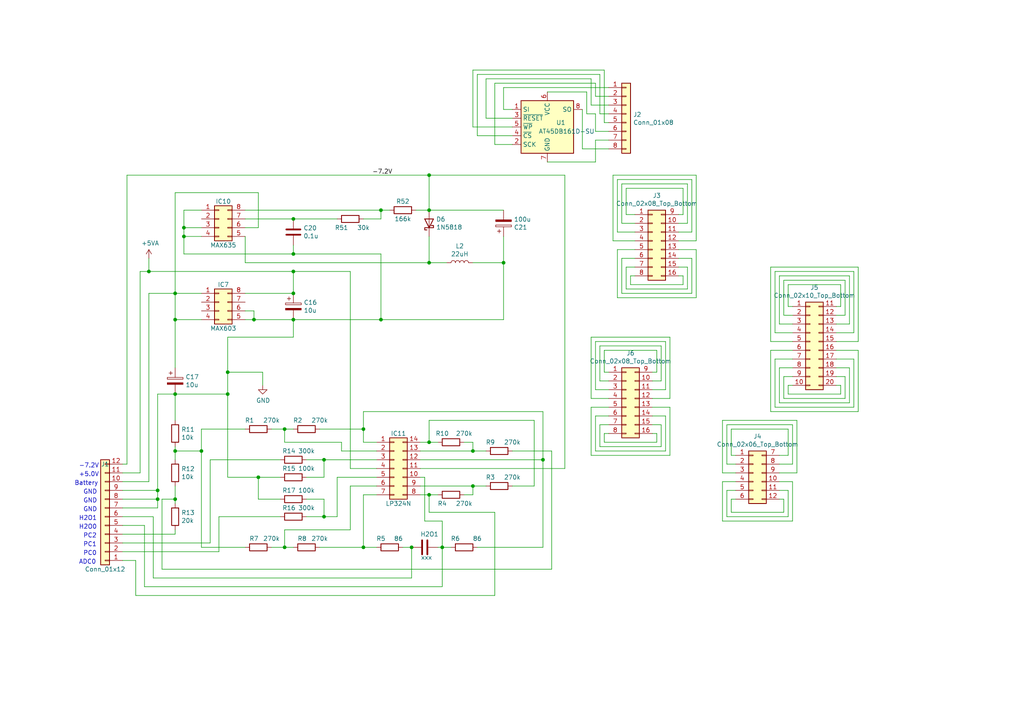
<source format=kicad_sch>
(kicad_sch (version 20230121) (generator eeschema)
  (paper "A4")
  (lib_symbols
    (symbol "Connector_Generic:Conn_01x08" (pin_names (offset 1.016) hide)
      (property "Reference" "J" (at 0 10.16 0))
      (property "Value" "Conn_01x08" (at 0 -12.7 0))
      (symbol "Conn_01x08_1_1"
        (rectangle (start -1.27 -10.033) (end 0 -10.287) (stroke (width 0.1524)))
        (rectangle (start -1.27 -7.493) (end 0 -7.747) (stroke (width 0.1524)))
        (rectangle (start -1.27 -4.953) (end 0 -5.207) (stroke (width 0.1524)))
        (rectangle (start -1.27 -2.413) (end 0 -2.667) (stroke (width 0.1524)))
        (rectangle (start -1.27 0.127) (end 0 -0.127) (stroke (width 0.1524)))
        (rectangle (start -1.27 2.667) (end 0 2.413) (stroke (width 0.1524)))
        (rectangle (start -1.27 5.207) (end 0 4.953) (stroke (width 0.1524)))
        (rectangle (start -1.27 7.747) (end 0 7.493) (stroke (width 0.1524)))
        (rectangle (start -1.27 8.89) (end 1.27 -11.43) (stroke (width 0.254)) (fill (type background)))
        (pin passive line (at -5.08 7.62 0) (length 3.81) (name "Pin_1") (number "1"))
        (pin passive line (at -5.08 5.08 0) (length 3.81) (name "Pin_2") (number "2"))
        (pin passive line (at -5.08 2.54 0) (length 3.81) (name "Pin_3") (number "3"))
        (pin passive line (at -5.08 0 0) (length 3.81) (name "Pin_4") (number "4"))
        (pin passive line (at -5.08 -2.54 0) (length 3.81) (name "Pin_5") (number "5"))
        (pin passive line (at -5.08 -5.08 0) (length 3.81) (name "Pin_6") (number "6"))
        (pin passive line (at -5.08 -7.62 0) (length 3.81) (name "Pin_7") (number "7"))
        (pin passive line (at -5.08 -10.16 0) (length 3.81) (name "Pin_8") (number "8"))
      )
    )
    (symbol "Connector_Generic:Conn_01x12" (pin_names (offset 1.016) hide)
      (property "Reference" "J" (at 0 15.24 0))
      (property "Value" "Conn_01x12" (at 0 -17.78 0))
      (symbol "Conn_01x12_1_1"
        (rectangle (start -1.27 -15.113) (end 0 -15.367) (stroke (width 0.1524)))
        (rectangle (start -1.27 -12.573) (end 0 -12.827) (stroke (width 0.1524)))
        (rectangle (start -1.27 -10.033) (end 0 -10.287) (stroke (width 0.1524)))
        (rectangle (start -1.27 -7.493) (end 0 -7.747) (stroke (width 0.1524)))
        (rectangle (start -1.27 -4.953) (end 0 -5.207) (stroke (width 0.1524)))
        (rectangle (start -1.27 -2.413) (end 0 -2.667) (stroke (width 0.1524)))
        (rectangle (start -1.27 0.127) (end 0 -0.127) (stroke (width 0.1524)))
        (rectangle (start -1.27 2.667) (end 0 2.413) (stroke (width 0.1524)))
        (rectangle (start -1.27 5.207) (end 0 4.953) (stroke (width 0.1524)))
        (rectangle (start -1.27 7.747) (end 0 7.493) (stroke (width 0.1524)))
        (rectangle (start -1.27 10.287) (end 0 10.033) (stroke (width 0.1524)))
        (rectangle (start -1.27 12.827) (end 0 12.573) (stroke (width 0.1524)))
        (rectangle (start -1.27 13.97) (end 1.27 -16.51) (stroke (width 0.254)) (fill (type background)))
        (pin passive line (at -5.08 12.7 0) (length 3.81) (name "Pin_1") (number "1"))
        (pin passive line (at -5.08 -10.16 0) (length 3.81) (name "Pin_10") (number "10"))
        (pin passive line (at -5.08 -12.7 0) (length 3.81) (name "Pin_11") (number "11"))
        (pin passive line (at -5.08 -15.24 0) (length 3.81) (name "Pin_12") (number "12"))
        (pin passive line (at -5.08 10.16 0) (length 3.81) (name "Pin_2") (number "2"))
        (pin passive line (at -5.08 7.62 0) (length 3.81) (name "Pin_3") (number "3"))
        (pin passive line (at -5.08 5.08 0) (length 3.81) (name "Pin_4") (number "4"))
        (pin passive line (at -5.08 2.54 0) (length 3.81) (name "Pin_5") (number "5"))
        (pin passive line (at -5.08 0 0) (length 3.81) (name "Pin_6") (number "6"))
        (pin passive line (at -5.08 -2.54 0) (length 3.81) (name "Pin_7") (number "7"))
        (pin passive line (at -5.08 -5.08 0) (length 3.81) (name "Pin_8") (number "8"))
        (pin passive line (at -5.08 -7.62 0) (length 3.81) (name "Pin_9") (number "9"))
      )
    )
    (symbol "Connector_Generic:Conn_02x04_Counter_Clockwise" (pin_names (offset 1.016) hide)
      (property "Reference" "J" (at 1.27 5.08 0))
      (property "Value" "Conn_02x04_Counter_Clockwise" (at 1.27 -7.62 0))
      (symbol "Conn_02x04_Counter_Clockwise_1_1"
        (rectangle (start -1.27 -4.953) (end 0 -5.207) (stroke (width 0.1524)))
        (rectangle (start -1.27 -2.413) (end 0 -2.667) (stroke (width 0.1524)))
        (rectangle (start -1.27 0.127) (end 0 -0.127) (stroke (width 0.1524)))
        (rectangle (start -1.27 2.667) (end 0 2.413) (stroke (width 0.1524)))
        (rectangle (start -1.27 3.81) (end 3.81 -6.35) (stroke (width 0.254)) (fill (type background)))
        (rectangle (start 3.81 -4.953) (end 2.54 -5.207) (stroke (width 0.1524)))
        (rectangle (start 3.81 -2.413) (end 2.54 -2.667) (stroke (width 0.1524)))
        (rectangle (start 3.81 0.127) (end 2.54 -0.127) (stroke (width 0.1524)))
        (rectangle (start 3.81 2.667) (end 2.54 2.413) (stroke (width 0.1524)))
        (pin passive line (at -5.08 2.54 0) (length 3.81) (name "Pin_1") (number "1"))
        (pin passive line (at -5.08 0 0) (length 3.81) (name "Pin_2") (number "2"))
        (pin passive line (at -5.08 -2.54 0) (length 3.81) (name "Pin_3") (number "3"))
        (pin passive line (at -5.08 -5.08 0) (length 3.81) (name "Pin_4") (number "4"))
        (pin passive line (at 7.62 -5.08 180) (length 3.81) (name "Pin_5") (number "5"))
        (pin passive line (at 7.62 -2.54 180) (length 3.81) (name "Pin_6") (number "6"))
        (pin passive line (at 7.62 0 180) (length 3.81) (name "Pin_7") (number "7"))
        (pin passive line (at 7.62 2.54 180) (length 3.81) (name "Pin_8") (number "8"))
      )
    )
    (symbol "Connector_Generic:Conn_02x06_Top_Bottom" (pin_names (offset 1.016) hide)
      (property "Reference" "J" (at 1.27 7.62 0))
      (property "Value" "Conn_02x06_Top_Bottom" (at 1.27 -10.16 0))
      (symbol "Conn_02x06_Top_Bottom_1_1"
        (rectangle (start -1.27 -7.493) (end 0 -7.747) (stroke (width 0.1524)))
        (rectangle (start -1.27 -4.953) (end 0 -5.207) (stroke (width 0.1524)))
        (rectangle (start -1.27 -2.413) (end 0 -2.667) (stroke (width 0.1524)))
        (rectangle (start -1.27 0.127) (end 0 -0.127) (stroke (width 0.1524)))
        (rectangle (start -1.27 2.667) (end 0 2.413) (stroke (width 0.1524)))
        (rectangle (start -1.27 5.207) (end 0 4.953) (stroke (width 0.1524)))
        (rectangle (start -1.27 6.35) (end 3.81 -8.89) (stroke (width 0.254)) (fill (type background)))
        (rectangle (start 3.81 -7.493) (end 2.54 -7.747) (stroke (width 0.1524)))
        (rectangle (start 3.81 -4.953) (end 2.54 -5.207) (stroke (width 0.1524)))
        (rectangle (start 3.81 -2.413) (end 2.54 -2.667) (stroke (width 0.1524)))
        (rectangle (start 3.81 0.127) (end 2.54 -0.127) (stroke (width 0.1524)))
        (rectangle (start 3.81 2.667) (end 2.54 2.413) (stroke (width 0.1524)))
        (rectangle (start 3.81 5.207) (end 2.54 4.953) (stroke (width 0.1524)))
        (pin passive line (at -5.08 5.08 0) (length 3.81) (name "Pin_1") (number "1"))
        (pin passive line (at 7.62 -2.54 180) (length 3.81) (name "Pin_10") (number "10"))
        (pin passive line (at 7.62 -5.08 180) (length 3.81) (name "Pin_11") (number "11"))
        (pin passive line (at 7.62 -7.62 180) (length 3.81) (name "Pin_12") (number "12"))
        (pin passive line (at -5.08 2.54 0) (length 3.81) (name "Pin_2") (number "2"))
        (pin passive line (at -5.08 0 0) (length 3.81) (name "Pin_3") (number "3"))
        (pin passive line (at -5.08 -2.54 0) (length 3.81) (name "Pin_4") (number "4"))
        (pin passive line (at -5.08 -5.08 0) (length 3.81) (name "Pin_5") (number "5"))
        (pin passive line (at -5.08 -7.62 0) (length 3.81) (name "Pin_6") (number "6"))
        (pin passive line (at 7.62 5.08 180) (length 3.81) (name "Pin_7") (number "7"))
        (pin passive line (at 7.62 2.54 180) (length 3.81) (name "Pin_8") (number "8"))
        (pin passive line (at 7.62 0 180) (length 3.81) (name "Pin_9") (number "9"))
      )
    )
    (symbol "Connector_Generic:Conn_02x07_Counter_Clockwise" (pin_names (offset 1.016) hide)
      (property "Reference" "J" (at 1.27 10.16 0))
      (property "Value" "Conn_02x07_Counter_Clockwise" (at 1.27 -10.16 0))
      (symbol "Conn_02x07_Counter_Clockwise_1_1"
        (rectangle (start -1.27 -7.493) (end 0 -7.747) (stroke (width 0.1524)))
        (rectangle (start -1.27 -4.953) (end 0 -5.207) (stroke (width 0.1524)))
        (rectangle (start -1.27 -2.413) (end 0 -2.667) (stroke (width 0.1524)))
        (rectangle (start -1.27 0.127) (end 0 -0.127) (stroke (width 0.1524)))
        (rectangle (start -1.27 2.667) (end 0 2.413) (stroke (width 0.1524)))
        (rectangle (start -1.27 5.207) (end 0 4.953) (stroke (width 0.1524)))
        (rectangle (start -1.27 7.747) (end 0 7.493) (stroke (width 0.1524)))
        (rectangle (start -1.27 8.89) (end 3.81 -8.89) (stroke (width 0.254)) (fill (type background)))
        (rectangle (start 3.81 -7.493) (end 2.54 -7.747) (stroke (width 0.1524)))
        (rectangle (start 3.81 -4.953) (end 2.54 -5.207) (stroke (width 0.1524)))
        (rectangle (start 3.81 -2.413) (end 2.54 -2.667) (stroke (width 0.1524)))
        (rectangle (start 3.81 0.127) (end 2.54 -0.127) (stroke (width 0.1524)))
        (rectangle (start 3.81 2.667) (end 2.54 2.413) (stroke (width 0.1524)))
        (rectangle (start 3.81 5.207) (end 2.54 4.953) (stroke (width 0.1524)))
        (rectangle (start 3.81 7.747) (end 2.54 7.493) (stroke (width 0.1524)))
        (pin passive line (at -5.08 7.62 0) (length 3.81) (name "Pin_1") (number "1"))
        (pin passive line (at 7.62 -2.54 180) (length 3.81) (name "Pin_10") (number "10"))
        (pin passive line (at 7.62 0 180) (length 3.81) (name "Pin_11") (number "11"))
        (pin passive line (at 7.62 2.54 180) (length 3.81) (name "Pin_12") (number "12"))
        (pin passive line (at 7.62 5.08 180) (length 3.81) (name "Pin_13") (number "13"))
        (pin passive line (at 7.62 7.62 180) (length 3.81) (name "Pin_14") (number "14"))
        (pin passive line (at -5.08 5.08 0) (length 3.81) (name "Pin_2") (number "2"))
        (pin passive line (at -5.08 2.54 0) (length 3.81) (name "Pin_3") (number "3"))
        (pin passive line (at -5.08 0 0) (length 3.81) (name "Pin_4") (number "4"))
        (pin passive line (at -5.08 -2.54 0) (length 3.81) (name "Pin_5") (number "5"))
        (pin passive line (at -5.08 -5.08 0) (length 3.81) (name "Pin_6") (number "6"))
        (pin passive line (at -5.08 -7.62 0) (length 3.81) (name "Pin_7") (number "7"))
        (pin passive line (at 7.62 -7.62 180) (length 3.81) (name "Pin_8") (number "8"))
        (pin passive line (at 7.62 -5.08 180) (length 3.81) (name "Pin_9") (number "9"))
      )
    )
    (symbol "Connector_Generic:Conn_02x08_Top_Bottom" (pin_names (offset 1.016) hide)
      (property "Reference" "J" (at 1.27 10.16 0))
      (property "Value" "Conn_02x08_Top_Bottom" (at 1.27 -12.7 0))
      (symbol "Conn_02x08_Top_Bottom_1_1"
        (rectangle (start -1.27 -10.033) (end 0 -10.287) (stroke (width 0.1524)))
        (rectangle (start -1.27 -7.493) (end 0 -7.747) (stroke (width 0.1524)))
        (rectangle (start -1.27 -4.953) (end 0 -5.207) (stroke (width 0.1524)))
        (rectangle (start -1.27 -2.413) (end 0 -2.667) (stroke (width 0.1524)))
        (rectangle (start -1.27 0.127) (end 0 -0.127) (stroke (width 0.1524)))
        (rectangle (start -1.27 2.667) (end 0 2.413) (stroke (width 0.1524)))
        (rectangle (start -1.27 5.207) (end 0 4.953) (stroke (width 0.1524)))
        (rectangle (start -1.27 7.747) (end 0 7.493) (stroke (width 0.1524)))
        (rectangle (start -1.27 8.89) (end 3.81 -11.43) (stroke (width 0.254)) (fill (type background)))
        (rectangle (start 3.81 -10.033) (end 2.54 -10.287) (stroke (width 0.1524)))
        (rectangle (start 3.81 -7.493) (end 2.54 -7.747) (stroke (width 0.1524)))
        (rectangle (start 3.81 -4.953) (end 2.54 -5.207) (stroke (width 0.1524)))
        (rectangle (start 3.81 -2.413) (end 2.54 -2.667) (stroke (width 0.1524)))
        (rectangle (start 3.81 0.127) (end 2.54 -0.127) (stroke (width 0.1524)))
        (rectangle (start 3.81 2.667) (end 2.54 2.413) (stroke (width 0.1524)))
        (rectangle (start 3.81 5.207) (end 2.54 4.953) (stroke (width 0.1524)))
        (rectangle (start 3.81 7.747) (end 2.54 7.493) (stroke (width 0.1524)))
        (pin passive line (at -5.08 7.62 0) (length 3.81) (name "Pin_1") (number "1"))
        (pin passive line (at 7.62 5.08 180) (length 3.81) (name "Pin_10") (number "10"))
        (pin passive line (at 7.62 2.54 180) (length 3.81) (name "Pin_11") (number "11"))
        (pin passive line (at 7.62 0 180) (length 3.81) (name "Pin_12") (number "12"))
        (pin passive line (at 7.62 -2.54 180) (length 3.81) (name "Pin_13") (number "13"))
        (pin passive line (at 7.62 -5.08 180) (length 3.81) (name "Pin_14") (number "14"))
        (pin passive line (at 7.62 -7.62 180) (length 3.81) (name "Pin_15") (number "15"))
        (pin passive line (at 7.62 -10.16 180) (length 3.81) (name "Pin_16") (number "16"))
        (pin passive line (at -5.08 5.08 0) (length 3.81) (name "Pin_2") (number "2"))
        (pin passive line (at -5.08 2.54 0) (length 3.81) (name "Pin_3") (number "3"))
        (pin passive line (at -5.08 0 0) (length 3.81) (name "Pin_4") (number "4"))
        (pin passive line (at -5.08 -2.54 0) (length 3.81) (name "Pin_5") (number "5"))
        (pin passive line (at -5.08 -5.08 0) (length 3.81) (name "Pin_6") (number "6"))
        (pin passive line (at -5.08 -7.62 0) (length 3.81) (name "Pin_7") (number "7"))
        (pin passive line (at -5.08 -10.16 0) (length 3.81) (name "Pin_8") (number "8"))
        (pin passive line (at 7.62 7.62 180) (length 3.81) (name "Pin_9") (number "9"))
      )
    )
    (symbol "Connector_Generic:Conn_02x10_Top_Bottom" (pin_names (offset 1.016) hide)
      (property "Reference" "J" (at 1.27 12.7 0))
      (property "Value" "Conn_02x10_Top_Bottom" (at 1.27 -15.24 0))
      (symbol "Conn_02x10_Top_Bottom_1_1"
        (rectangle (start -1.27 -12.573) (end 0 -12.827) (stroke (width 0.1524)))
        (rectangle (start -1.27 -10.033) (end 0 -10.287) (stroke (width 0.1524)))
        (rectangle (start -1.27 -7.493) (end 0 -7.747) (stroke (width 0.1524)))
        (rectangle (start -1.27 -4.953) (end 0 -5.207) (stroke (width 0.1524)))
        (rectangle (start -1.27 -2.413) (end 0 -2.667) (stroke (width 0.1524)))
        (rectangle (start -1.27 0.127) (end 0 -0.127) (stroke (width 0.1524)))
        (rectangle (start -1.27 2.667) (end 0 2.413) (stroke (width 0.1524)))
        (rectangle (start -1.27 5.207) (end 0 4.953) (stroke (width 0.1524)))
        (rectangle (start -1.27 7.747) (end 0 7.493) (stroke (width 0.1524)))
        (rectangle (start -1.27 10.287) (end 0 10.033) (stroke (width 0.1524)))
        (rectangle (start -1.27 11.43) (end 3.81 -13.97) (stroke (width 0.254)) (fill (type background)))
        (rectangle (start 3.81 -12.573) (end 2.54 -12.827) (stroke (width 0.1524)))
        (rectangle (start 3.81 -10.033) (end 2.54 -10.287) (stroke (width 0.1524)))
        (rectangle (start 3.81 -7.493) (end 2.54 -7.747) (stroke (width 0.1524)))
        (rectangle (start 3.81 -4.953) (end 2.54 -5.207) (stroke (width 0.1524)))
        (rectangle (start 3.81 -2.413) (end 2.54 -2.667) (stroke (width 0.1524)))
        (rectangle (start 3.81 0.127) (end 2.54 -0.127) (stroke (width 0.1524)))
        (rectangle (start 3.81 2.667) (end 2.54 2.413) (stroke (width 0.1524)))
        (rectangle (start 3.81 5.207) (end 2.54 4.953) (stroke (width 0.1524)))
        (rectangle (start 3.81 7.747) (end 2.54 7.493) (stroke (width 0.1524)))
        (rectangle (start 3.81 10.287) (end 2.54 10.033) (stroke (width 0.1524)))
        (pin passive line (at -5.08 10.16 0) (length 3.81) (name "Pin_1") (number "1"))
        (pin passive line (at -5.08 -12.7 0) (length 3.81) (name "Pin_10") (number "10"))
        (pin passive line (at 7.62 10.16 180) (length 3.81) (name "Pin_11") (number "11"))
        (pin passive line (at 7.62 7.62 180) (length 3.81) (name "Pin_12") (number "12"))
        (pin passive line (at 7.62 5.08 180) (length 3.81) (name "Pin_13") (number "13"))
        (pin passive line (at 7.62 2.54 180) (length 3.81) (name "Pin_14") (number "14"))
        (pin passive line (at 7.62 0 180) (length 3.81) (name "Pin_15") (number "15"))
        (pin passive line (at 7.62 -2.54 180) (length 3.81) (name "Pin_16") (number "16"))
        (pin passive line (at 7.62 -5.08 180) (length 3.81) (name "Pin_17") (number "17"))
        (pin passive line (at 7.62 -7.62 180) (length 3.81) (name "Pin_18") (number "18"))
        (pin passive line (at 7.62 -10.16 180) (length 3.81) (name "Pin_19") (number "19"))
        (pin passive line (at -5.08 7.62 0) (length 3.81) (name "Pin_2") (number "2"))
        (pin passive line (at 7.62 -12.7 180) (length 3.81) (name "Pin_20") (number "20"))
        (pin passive line (at -5.08 5.08 0) (length 3.81) (name "Pin_3") (number "3"))
        (pin passive line (at -5.08 2.54 0) (length 3.81) (name "Pin_4") (number "4"))
        (pin passive line (at -5.08 0 0) (length 3.81) (name "Pin_5") (number "5"))
        (pin passive line (at -5.08 -2.54 0) (length 3.81) (name "Pin_6") (number "6"))
        (pin passive line (at -5.08 -5.08 0) (length 3.81) (name "Pin_7") (number "7"))
        (pin passive line (at -5.08 -7.62 0) (length 3.81) (name "Pin_8") (number "8"))
        (pin passive line (at -5.08 -10.16 0) (length 3.81) (name "Pin_9") (number "9"))
      )
    )
    (symbol "Device:C" (pin_numbers hide) (pin_names (offset 0.254))
      (property "Reference" "C" (at 0.635 2.54 0))
      (property "Value" "C" (at 0.635 -2.54 0))
      (symbol "C_0_1"
        (polyline (pts (xy -2.032 -0.762) (xy 2.032 -0.762)) (stroke (width 0.508)))
        (polyline (pts (xy -2.032 0.762) (xy 2.032 0.762)) (stroke (width 0.508)))
      )
      (symbol "C_1_1"
        (pin passive line (at 0 3.81 270) (length 2.794) (name "~") (number "1"))
        (pin passive line (at 0 -3.81 90) (length 2.794) (name "~") (number "2"))
      )
    )
    (symbol "Device:L" (pin_numbers hide) (pin_names (offset 1.016) hide)
      (property "Reference" "L" (at -1.27 0 90))
      (property "Value" "L" (at 1.905 0 90))
      (symbol "L_0_1"
        (arc (start 0 -2.54) (mid 0.6323 -1.905) (end 0 -1.27))
        (arc (start 0 -1.27) (mid 0.6323 -0.635) (end 0 0))
        (arc (start 0 0) (mid 0.6323 0.635) (end 0 1.27))
        (arc (start 0 1.27) (mid 0.6323 1.905) (end 0 2.54))
      )
      (symbol "L_1_1"
        (pin passive line (at 0 3.81 270) (length 1.27) (name "1") (number "1"))
        (pin passive line (at 0 -3.81 90) (length 1.27) (name "2") (number "2"))
      )
    )
    (symbol "Device:R" (pin_numbers hide) (pin_names (offset 0))
      (property "Reference" "R" (at 2.032 0 90))
      (property "Value" "R" (at 0 0 90))
      (symbol "R_0_1"
        (rectangle (start -1.016 -2.54) (end 1.016 2.54) (stroke (width 0.254)))
      )
      (symbol "R_1_1"
        (pin passive line (at 0 3.81 270) (length 1.27) (name "~") (number "1"))
        (pin passive line (at 0 -3.81 90) (length 1.27) (name "~") (number "2"))
      )
    )
    (symbol "Diode:1N5818" (pin_numbers hide) (pin_names (offset 1.016) hide)
      (property "Reference" "D" (at 0 2.54 0))
      (property "Value" "1N5818" (at 0 -2.54 0))
      (symbol "1N5818_0_1"
        (polyline (pts (xy 1.27 0) (xy -1.27 0)))
        (polyline (pts (xy 1.27 1.27) (xy 1.27 -1.27) (xy -1.27 0) (xy 1.27 1.27)) (stroke (width 0.254)))
        (polyline (pts (xy -1.905 0.635) (xy -1.905 1.27) (xy -1.27 1.27) (xy -1.27 -1.27) (xy -0.635 -1.27) (xy -0.635 -0.635)) (stroke (width 0.254)))
      )
      (symbol "1N5818_1_1"
        (pin passive line (at -3.81 0 0) (length 2.54) (name "K") (number "1"))
        (pin passive line (at 3.81 0 180) (length 2.54) (name "A") (number "2"))
      )
    )
    (symbol "Memory_Flash:AT45DB161D-SU"
      (property "Reference" "U" (at -7.62 8.89 0))
      (property "Value" "AT45DB161D-SU" (at 10.16 8.89 0))
      (symbol "AT45DB161D-SU_1_1"
        (rectangle (start -7.62 7.62) (end 7.62 -7.62) (stroke (width 0.254)) (fill (type background)))
        (pin input line (at -10.16 5.08 0) (length 2.54) (name "SI") (number "1"))
        (pin input line (at -10.16 -5.08 0) (length 2.54) (name "SCK") (number "2"))
        (pin bidirectional line (at -10.16 2.54 0) (length 2.54) (name "~{RESET}") (number "3"))
        (pin input line (at -10.16 -2.54 0) (length 2.54) (name "~{CS}") (number "4"))
        (pin input line (at -10.16 0 0) (length 2.54) (name "~{WP}") (number "5"))
        (pin power_in line (at 0 10.16 270) (length 2.54) (name "VCC") (number "6"))
        (pin power_in line (at 0 -10.16 90) (length 2.54) (name "GND") (number "7"))
        (pin output line (at 10.16 5.08 180) (length 2.54) (name "SO") (number "8"))
      )
    )
    (symbol "cwater-rescue:CP-Device" (pin_numbers hide) (pin_names (offset 0.254))
      (property "Reference" "C" (at 0.635 2.54 0))
      (property "Value" "Device_CP" (at 0.635 -2.54 0))
      (symbol "CP-Device_0_1"
        (rectangle (start -2.286 0.508) (end 2.286 1.016))
        (polyline (pts (xy -1.778 2.286) (xy -0.762 2.286)))
        (polyline (pts (xy -1.27 2.794) (xy -1.27 1.778)))
        (rectangle (start 2.286 -0.508) (end -2.286 -1.016) (fill (type outline)))
      )
      (symbol "CP-Device_1_1"
        (pin passive line (at 0 3.81 270) (length 2.794) (name "~") (number "1"))
        (pin passive line (at 0 -3.81 90) (length 2.794) (name "~") (number "2"))
      )
    )
    (symbol "power:+5VA" (power) (pin_names (offset 0))
      (property "Value" "+5VA" (at 0 3.556 0))
      (symbol "+5VA_0_1"
        (polyline (pts (xy -0.762 1.27) (xy 0 2.54)))
        (polyline (pts (xy 0 0) (xy 0 2.54)))
        (polyline (pts (xy 0 2.54) (xy 0.762 1.27)))
      )
      (symbol "+5VA_1_1"
        (pin power_in line (at 0 0 90) (length 0) hide (name "+5VA") (number "1"))
      )
    )
    (symbol "power:GND" (power) (pin_names (offset 0))
      (property "Value" "GND" (at 0 -3.81 0))
      (symbol "GND_0_1"
        (polyline (pts (xy 0 0) (xy 0 -1.27) (xy 1.27 -1.27) (xy 0 -2.54) (xy -1.27 -1.27) (xy 0 -1.27)))
      )
      (symbol "GND_1_1"
        (pin power_in line (at 0 0 270) (length 0) hide (name "GND") (number "1"))
      )
    )
  )
  (junction (at 110.49 92.71))
  (junction (at 137.16 140.97))
  (junction (at 124.46 60.96))
  (junction (at 124.46 143.51))
  (junction (at 110.49 60.96))
  (junction (at 82.55 124.46))
  (junction (at 74.93 138.43))
  (junction (at 50.8 130.81))
  (junction (at 53.34 68.58))
  (junction (at 128.27 158.75))
  (junction (at 105.41 124.46))
  (junction (at 73.66 92.71))
  (junction (at 58.42 130.81))
  (junction (at 124.46 128.27))
  (junction (at 45.72 144.78))
  (junction (at 50.8 85.09))
  (junction (at 66.04 114.3))
  (junction (at 85.09 73.66))
  (junction (at 53.34 66.04))
  (junction (at 85.09 85.09))
  (junction (at 50.8 92.71))
  (junction (at 66.04 107.95))
  (junction (at 82.55 158.75))
  (junction (at 50.8 114.3))
  (junction (at 85.09 92.71))
  (junction (at 157.48 133.35))
  (junction (at 43.18 78.74))
  (junction (at 93.98 133.35))
  (junction (at 105.41 158.75))
  (junction (at 50.8 144.78))
  (junction (at 119.38 158.75))
  (junction (at 146.05 76.2))
  (junction (at 124.46 76.2))
  (junction (at 85.09 78.74))
  (junction (at 124.46 50.8))
  (junction (at 45.72 142.24))
  (junction (at 93.98 149.86))
  (junction (at 85.09 63.5))
  (junction (at 137.16 130.81))
  (wire (pts (xy 173.99 110.49) (xy 173.99 100.33)))
  (wire (pts (xy 194.31 97.79) (xy 194.31 115.57)))
  (wire (pts (xy 124.46 60.96) (xy 124.46 50.8)))
  (wire (pts (xy 181.61 62.23) (xy 181.61 54.61)))
  (wire (pts (xy 209.55 137.16) (xy 209.55 121.92)))
  (wire (pts (xy 223.52 119.38) (xy 248.92 119.38)))
  (wire (pts (xy 93.98 144.78) (xy 93.98 149.86)))
  (wire (pts (xy 82.55 124.46) (xy 85.09 124.46)))
  (wire (pts (xy 50.8 114.3) (xy 66.04 114.3)))
  (wire (pts (xy 105.41 124.46) (xy 105.41 119.38)))
  (wire (pts (xy 190.5 128.27) (xy 190.5 125.73)))
  (wire (pts (xy 158.75 46.99) (xy 172.72 46.99)))
  (wire (pts (xy 71.12 63.5) (xy 85.09 63.5)))
  (wire (pts (xy 50.8 144.78) (xy 46.99 144.78)))
  (wire (pts (xy 58.42 130.81) (xy 58.42 124.46)))
  (wire (pts (xy 71.12 76.2) (xy 124.46 76.2)))
  (wire (pts (xy 109.22 128.27) (xy 105.41 128.27)))
  (wire (pts (xy 82.55 158.75) (xy 82.55 153.67)))
  (wire (pts (xy 138.43 21.59) (xy 173.99 21.59)))
  (wire (pts (xy 199.39 64.77) (xy 196.85 64.77)))
  (wire (pts (xy 227.33 115.57) (xy 245.11 115.57)))
  (wire (pts (xy 45.72 114.3) (xy 45.72 142.24)))
  (wire (pts (xy 50.8 154.94) (xy 50.8 153.67)))
  (wire (pts (xy 227.33 144.78) (xy 226.06 144.78)))
  (wire (pts (xy 229.87 106.68) (xy 226.06 106.68)))
  (wire (pts (xy 227.33 81.28) (xy 245.11 81.28)))
  (wire (pts (xy 58.42 124.46) (xy 71.12 124.46)))
  (wire (pts (xy 71.12 66.04) (xy 74.93 66.04)))
  (wire (pts (xy 229.87 104.14) (xy 224.79 104.14)))
  (wire (pts (xy 163.83 135.89) (xy 163.83 50.8)))
  (wire (pts (xy 73.66 92.71) (xy 73.66 90.17)))
  (wire (pts (xy 121.92 130.81) (xy 137.16 130.81)))
  (wire (pts (xy 50.8 144.78) (xy 50.8 146.05)))
  (wire (pts (xy 40.64 78.74) (xy 43.18 78.74)))
  (wire (pts (xy 88.9 138.43) (xy 93.98 138.43)))
  (wire (pts (xy 146.05 25.4) (xy 176.53 25.4)))
  (wire (pts (xy 71.12 68.58) (xy 71.12 76.2)))
  (wire (pts (xy 213.36 137.16) (xy 209.55 137.16)))
  (wire (pts (xy 158.75 26.67) (xy 170.18 26.67)))
  (wire (pts (xy 121.92 133.35) (xy 157.48 133.35)))
  (wire (pts (xy 229.87 99.06) (xy 223.52 99.06)))
  (wire (pts (xy 50.8 92.71) (xy 50.8 106.68)))
  (wire (pts (xy 181.61 54.61) (xy 198.12 54.61)))
  (wire (pts (xy 81.28 138.43) (xy 74.93 138.43)))
  (wire (pts (xy 199.39 53.34) (xy 199.39 64.77)))
  (wire (pts (xy 85.09 97.79) (xy 85.09 92.71)))
  (wire (pts (xy 228.6 82.55) (xy 243.84 82.55)))
  (wire (pts (xy 43.18 85.09) (xy 50.8 85.09)))
  (wire (pts (xy 39.37 162.56) (xy 35.56 162.56)))
  (wire (pts (xy 229.87 101.6) (xy 223.52 101.6)))
  (wire (pts (xy 184.15 67.31) (xy 179.07 67.31)))
  (wire (pts (xy 82.55 153.67) (xy 101.6 153.67)))
  (wire (pts (xy 200.66 52.07) (xy 200.66 67.31)))
  (wire (pts (xy 184.15 74.93) (xy 180.34 74.93)))
  (wire (pts (xy 82.55 158.75) (xy 85.09 158.75)))
  (wire (pts (xy 248.92 77.47) (xy 248.92 99.06)))
  (wire (pts (xy 172.72 113.03) (xy 172.72 99.06)))
  (wire (pts (xy 124.46 128.27) (xy 124.46 121.92)))
  (wire (pts (xy 124.46 128.27) (xy 127 128.27)))
  (wire (pts (xy 137.16 130.81) (xy 140.97 130.81)))
  (wire (pts (xy 137.16 20.32) (xy 175.26 20.32)))
  (wire (pts (xy 228.6 149.86) (xy 228.6 142.24)))
  (wire (pts (xy 199.39 77.47) (xy 196.85 77.47)))
  (wire (pts (xy 157.48 158.75) (xy 138.43 158.75)))
  (wire (pts (xy 35.56 154.94) (xy 50.8 154.94)))
  (wire (pts (xy 172.72 24.13) (xy 172.72 27.94)))
  (wire (pts (xy 180.34 74.93) (xy 180.34 85.09)))
  (wire (pts (xy 154.94 140.97) (xy 148.59 140.97)))
  (wire (pts (xy 176.53 123.19) (xy 173.99 123.19)))
  (wire (pts (xy 44.45 149.86) (xy 35.56 149.86)))
  (wire (pts (xy 140.97 22.86) (xy 171.45 22.86)))
  (wire (pts (xy 50.8 130.81) (xy 58.42 130.81)))
  (wire (pts (xy 93.98 149.86) (xy 97.79 149.86)))
  (wire (pts (xy 121.92 135.89) (xy 163.83 135.89)))
  (wire (pts (xy 201.93 50.8) (xy 201.93 69.85)))
  (wire (pts (xy 78.74 124.46) (xy 82.55 124.46)))
  (wire (pts (xy 168.91 31.75) (xy 168.91 43.18)))
  (wire (pts (xy 97.79 138.43) (xy 109.22 138.43)))
  (wire (pts (xy 171.45 30.48) (xy 176.53 30.48)))
  (wire (pts (xy 35.56 144.78) (xy 45.72 144.78)))
  (wire (pts (xy 175.26 128.27) (xy 190.5 128.27)))
  (wire (pts (xy 43.18 78.74) (xy 85.09 78.74)))
  (wire (pts (xy 74.93 66.04) (xy 74.93 55.88)))
  (wire (pts (xy 172.72 130.81) (xy 193.04 130.81)))
  (wire (pts (xy 231.14 121.92) (xy 231.14 137.16)))
  (wire (pts (xy 229.87 88.9) (xy 228.6 88.9)))
  (wire (pts (xy 160.02 130.81) (xy 148.59 130.81)))
  (wire (pts (xy 110.49 73.66) (xy 110.49 92.71)))
  (wire (pts (xy 105.41 158.75) (xy 109.22 158.75)))
  (wire (pts (xy 58.42 66.04) (xy 53.34 66.04)))
  (wire (pts (xy 200.66 67.31) (xy 196.85 67.31)))
  (wire (pts (xy 228.6 132.08) (xy 226.06 132.08)))
  (wire (pts (xy 181.61 77.47) (xy 181.61 83.82)))
  (wire (pts (xy 43.18 85.09) (xy 43.18 139.7)))
  (wire (pts (xy 134.62 128.27) (xy 137.16 128.27)))
  (wire (pts (xy 50.8 114.3) (xy 50.8 121.92)))
  (wire (pts (xy 157.48 133.35) (xy 157.48 158.75)))
  (wire (pts (xy 191.77 110.49) (xy 189.23 110.49)))
  (wire (pts (xy 190.5 107.95) (xy 189.23 107.95)))
  (wire (pts (xy 101.6 135.89) (xy 109.22 135.89)))
  (wire (pts (xy 180.34 53.34) (xy 199.39 53.34)))
  (wire (pts (xy 39.37 172.72) (xy 39.37 162.56)))
  (wire (pts (xy 172.72 33.02) (xy 172.72 38.1)))
  (wire (pts (xy 229.87 111.76) (xy 228.6 111.76)))
  (wire (pts (xy 124.46 143.51) (xy 124.46 148.59)))
  (wire (pts (xy 137.16 36.83) (xy 137.16 20.32)))
  (wire (pts (xy 154.94 121.92) (xy 154.94 140.97)))
  (wire (pts (xy 123.19 138.43) (xy 123.19 151.13)))
  (wire (pts (xy 209.55 151.13) (xy 229.87 151.13)))
  (wire (pts (xy 35.56 142.24) (xy 45.72 142.24)))
  (wire (pts (xy 171.45 132.08) (xy 194.31 132.08)))
  (wire (pts (xy 180.34 64.77) (xy 180.34 53.34)))
  (wire (pts (xy 210.82 149.86) (xy 228.6 149.86)))
  (wire (pts (xy 99.06 130.81) (xy 109.22 130.81)))
  (wire (pts (xy 40.64 78.74) (xy 40.64 137.16)))
  (wire (pts (xy 53.34 66.04) (xy 53.34 68.58)))
  (wire (pts (xy 105.41 63.5) (xy 110.49 63.5)))
  (wire (pts (xy 58.42 158.75) (xy 71.12 158.75)))
  (wire (pts (xy 46.99 165.1) (xy 160.02 165.1)))
  (wire (pts (xy 123.19 151.13) (xy 128.27 151.13)))
  (wire (pts (xy 229.87 134.62) (xy 226.06 134.62)))
  (wire (pts (xy 228.6 114.3) (xy 243.84 114.3)))
  (wire (pts (xy 184.15 64.77) (xy 180.34 64.77)))
  (wire (pts (xy 212.09 148.59) (xy 227.33 148.59)))
  (wire (pts (xy 128.27 170.18) (xy 41.91 170.18)))
  (wire (pts (xy 228.6 124.46) (xy 228.6 132.08)))
  (wire (pts (xy 176.53 115.57) (xy 171.45 115.57)))
  (wire (pts (xy 182.88 82.55) (xy 198.12 82.55)))
  (wire (pts (xy 172.72 46.99) (xy 172.72 40.64)))
  (wire (pts (xy 173.99 123.19) (xy 173.99 129.54)))
  (wire (pts (xy 63.5 160.02) (xy 63.5 149.86)))
  (wire (pts (xy 248.92 119.38) (xy 248.92 101.6)))
  (wire (pts (xy 58.42 130.81) (xy 58.42 158.75)))
  (wire (pts (xy 223.52 99.06) (xy 223.52 77.47)))
  (wire (pts (xy 209.55 139.7) (xy 209.55 151.13)))
  (wire (pts (xy 247.65 78.74) (xy 247.65 96.52)))
  (wire (pts (xy 120.65 60.96) (xy 124.46 60.96)))
  (wire (pts (xy 229.87 139.7) (xy 226.06 139.7)))
  (wire (pts (xy 229.87 123.19) (xy 229.87 134.62)))
  (wire (pts (xy 171.45 97.79) (xy 194.31 97.79)))
  (wire (pts (xy 157.48 119.38) (xy 157.48 133.35)))
  (wire (pts (xy 143.51 148.59) (xy 143.51 172.72)))
  (wire (pts (xy 119.38 158.75) (xy 119.38 167.64)))
  (wire (pts (xy 148.59 31.75) (xy 146.05 31.75)))
  (wire (pts (xy 224.79 78.74) (xy 247.65 78.74)))
  (wire (pts (xy 50.8 130.81) (xy 50.8 133.35)))
  (wire (pts (xy 194.31 115.57) (xy 189.23 115.57)))
  (wire (pts (xy 53.34 68.58) (xy 58.42 68.58)))
  (wire (pts (xy 105.41 119.38) (xy 157.48 119.38)))
  (wire (pts (xy 97.79 149.86) (xy 97.79 138.43)))
  (wire (pts (xy 246.38 93.98) (xy 242.57 93.98)))
  (wire (pts (xy 121.92 140.97) (xy 137.16 140.97)))
  (wire (pts (xy 170.18 26.67) (xy 170.18 33.02)))
  (wire (pts (xy 110.49 92.71) (xy 146.05 92.71)))
  (wire (pts (xy 71.12 60.96) (xy 110.49 60.96)))
  (wire (pts (xy 78.74 158.75) (xy 82.55 158.75)))
  (wire (pts (xy 179.07 72.39) (xy 179.07 86.36)))
  (wire (pts (xy 146.05 31.75) (xy 146.05 25.4)))
  (wire (pts (xy 179.07 67.31) (xy 179.07 52.07)))
  (wire (pts (xy 228.6 88.9) (xy 228.6 82.55)))
  (wire (pts (xy 128.27 158.75) (xy 128.27 170.18)))
  (wire (pts (xy 137.16 143.51) (xy 137.16 140.97)))
  (wire (pts (xy 93.98 133.35) (xy 88.9 133.35)))
  (wire (pts (xy 176.53 113.03) (xy 172.72 113.03)))
  (wire (pts (xy 226.06 93.98) (xy 226.06 80.01)))
  (wire (pts (xy 53.34 73.66) (xy 85.09 73.66)))
  (wire (pts (xy 50.8 55.88) (xy 50.8 85.09)))
  (wire (pts (xy 213.36 134.62) (xy 210.82 134.62)))
  (wire (pts (xy 245.11 109.22) (xy 242.57 109.22)))
  (wire (pts (xy 137.16 140.97) (xy 140.97 140.97)))
  (wire (pts (xy 119.38 167.64) (xy 44.45 167.64)))
  (wire (pts (xy 101.6 153.67) (xy 101.6 140.97)))
  (wire (pts (xy 124.46 60.96) (xy 146.05 60.96)))
  (wire (pts (xy 175.26 107.95) (xy 175.26 101.6)))
  (wire (pts (xy 200.66 85.09) (xy 200.66 74.93)))
  (wire (pts (xy 137.16 76.2) (xy 146.05 76.2)))
  (wire (pts (xy 121.92 143.51) (xy 124.46 143.51)))
  (wire (pts (xy 179.07 86.36) (xy 201.93 86.36)))
  (wire (pts (xy 71.12 85.09) (xy 85.09 85.09)))
  (wire (pts (xy 173.99 33.02) (xy 176.53 33.02)))
  (wire (pts (xy 110.49 60.96) (xy 113.03 60.96)))
  (wire (pts (xy 35.56 160.02) (xy 63.5 160.02)))
  (wire (pts (xy 184.15 69.85) (xy 177.8 69.85)))
  (wire (pts (xy 172.72 27.94) (xy 176.53 27.94)))
  (wire (pts (xy 177.8 69.85) (xy 177.8 50.8)))
  (wire (pts (xy 248.92 101.6) (xy 242.57 101.6)))
  (wire (pts (xy 172.72 40.64) (xy 176.53 40.64)))
  (wire (pts (xy 35.56 147.32) (xy 45.72 147.32)))
  (wire (pts (xy 213.36 132.08) (xy 212.09 132.08)))
  (wire (pts (xy 212.09 124.46) (xy 228.6 124.46)))
  (wire (pts (xy 124.46 148.59) (xy 143.51 148.59)))
  (wire (pts (xy 198.12 54.61) (xy 198.12 62.23)))
  (wire (pts (xy 212.09 132.08) (xy 212.09 124.46)))
  (wire (pts (xy 130.81 158.75) (xy 128.27 158.75)))
  (wire (pts (xy 201.93 86.36) (xy 201.93 72.39)))
  (wire (pts (xy 99.06 128.27) (xy 99.06 130.81)))
  (wire (pts (xy 45.72 144.78) (xy 45.72 147.32)))
  (wire (pts (xy 200.66 74.93) (xy 196.85 74.93)))
  (wire (pts (xy 50.8 85.09) (xy 50.8 92.71)))
  (wire (pts (xy 193.04 130.81) (xy 193.04 120.65)))
  (wire (pts (xy 193.04 120.65) (xy 189.23 120.65)))
  (wire (pts (xy 124.46 68.58) (xy 124.46 76.2)))
  (wire (pts (xy 74.93 144.78) (xy 81.28 144.78)))
  (wire (pts (xy 76.2 107.95) (xy 66.04 107.95)))
  (wire (pts (xy 227.33 109.22) (xy 227.33 115.57)))
  (wire (pts (xy 176.53 120.65) (xy 172.72 120.65)))
  (wire (pts (xy 85.09 73.66) (xy 110.49 73.66)))
  (wire (pts (xy 44.45 167.64) (xy 44.45 149.86)))
  (wire (pts (xy 171.45 118.11) (xy 171.45 132.08)))
  (wire (pts (xy 175.26 35.56) (xy 176.53 35.56)))
  (wire (pts (xy 148.59 41.91) (xy 143.51 41.91)))
  (wire (pts (xy 180.34 85.09) (xy 200.66 85.09)))
  (wire (pts (xy 190.5 101.6) (xy 190.5 107.95)))
  (wire (pts (xy 121.92 128.27) (xy 124.46 128.27)))
  (wire (pts (xy 50.8 140.97) (xy 50.8 144.78)))
  (wire (pts (xy 92.71 158.75) (xy 105.41 158.75)))
  (wire (pts (xy 105.41 158.75) (xy 105.41 143.51)))
  (wire (pts (xy 229.87 151.13) (xy 229.87 139.7)))
  (wire (pts (xy 128.27 158.75) (xy 127 158.75)))
  (wire (pts (xy 71.12 92.71) (xy 73.66 92.71)))
  (wire (pts (xy 227.33 91.44) (xy 227.33 81.28)))
  (wire (pts (xy 224.79 118.11) (xy 247.65 118.11)))
  (wire (pts (xy 74.93 138.43) (xy 74.93 144.78)))
  (wire (pts (xy 170.18 33.02) (xy 172.72 33.02)))
  (wire (pts (xy 248.92 99.06) (xy 242.57 99.06)))
  (wire (pts (xy 137.16 128.27) (xy 137.16 130.81)))
  (wire (pts (xy 243.84 88.9) (xy 242.57 88.9)))
  (wire (pts (xy 168.91 43.18) (xy 176.53 43.18)))
  (wire (pts (xy 138.43 39.37) (xy 138.43 21.59)))
  (wire (pts (xy 213.36 139.7) (xy 209.55 139.7)))
  (wire (pts (xy 173.99 100.33) (xy 191.77 100.33)))
  (wire (pts (xy 53.34 73.66) (xy 53.34 68.58)))
  (wire (pts (xy 41.91 170.18) (xy 41.91 152.4)))
  (wire (pts (xy 243.84 111.76) (xy 242.57 111.76)))
  (wire (pts (xy 163.83 50.8) (xy 124.46 50.8)))
  (wire (pts (xy 45.72 114.3) (xy 50.8 114.3)))
  (wire (pts (xy 101.6 140.97) (xy 109.22 140.97)))
  (wire (pts (xy 116.84 158.75) (xy 119.38 158.75)))
  (wire (pts (xy 36.83 50.8) (xy 124.46 50.8)))
  (wire (pts (xy 213.36 144.78) (xy 212.09 144.78)))
  (wire (pts (xy 190.5 125.73) (xy 189.23 125.73)))
  (wire (pts (xy 143.51 24.13) (xy 172.72 24.13)))
  (wire (pts (xy 50.8 85.09) (xy 58.42 85.09)))
  (wire (pts (xy 172.72 120.65) (xy 172.72 130.81)))
  (wire (pts (xy 175.26 101.6) (xy 190.5 101.6)))
  (wire (pts (xy 105.41 128.27) (xy 105.41 124.46)))
  (wire (pts (xy 43.18 74.93) (xy 43.18 78.74)))
  (wire (pts (xy 223.52 101.6) (xy 223.52 119.38)))
  (wire (pts (xy 201.93 69.85) (xy 196.85 69.85)))
  (wire (pts (xy 85.09 85.09) (xy 85.09 78.74)))
  (wire (pts (xy 66.04 114.3) (xy 66.04 138.43)))
  (wire (pts (xy 226.06 106.68) (xy 226.06 116.84)))
  (wire (pts (xy 212.09 144.78) (xy 212.09 148.59)))
  (wire (pts (xy 121.92 138.43) (xy 123.19 138.43)))
  (wire (pts (xy 66.04 138.43) (xy 74.93 138.43)))
  (wire (pts (xy 223.52 77.47) (xy 248.92 77.47)))
  (wire (pts (xy 246.38 80.01) (xy 246.38 93.98)))
  (wire (pts (xy 210.82 142.24) (xy 210.82 149.86)))
  (wire (pts (xy 88.9 149.86) (xy 93.98 149.86)))
  (wire (pts (xy 74.93 55.88) (xy 50.8 55.88)))
  (wire (pts (xy 193.04 99.06) (xy 193.04 113.03)))
  (wire (pts (xy 191.77 129.54) (xy 191.77 123.19)))
  (wire (pts (xy 73.66 90.17) (xy 71.12 90.17)))
  (wire (pts (xy 148.59 39.37) (xy 138.43 39.37)))
  (wire (pts (xy 227.33 148.59) (xy 227.33 144.78)))
  (wire (pts (xy 229.87 109.22) (xy 227.33 109.22)))
  (wire (pts (xy 179.07 52.07) (xy 200.66 52.07)))
  (wire (pts (xy 73.66 92.71) (xy 85.09 92.71)))
  (wire (pts (xy 82.55 124.46) (xy 82.55 128.27)))
  (wire (pts (xy 226.06 116.84) (xy 246.38 116.84)))
  (wire (pts (xy 85.09 78.74) (xy 101.6 78.74)))
  (wire (pts (xy 246.38 106.68) (xy 242.57 106.68)))
  (wire (pts (xy 148.59 36.83) (xy 137.16 36.83)))
  (wire (pts (xy 134.62 143.51) (xy 137.16 143.51)))
  (wire (pts (xy 194.31 118.11) (xy 189.23 118.11)))
  (wire (pts (xy 176.53 110.49) (xy 173.99 110.49)))
  (wire (pts (xy 247.65 96.52) (xy 242.57 96.52)))
  (wire (pts (xy 245.11 91.44) (xy 242.57 91.44)))
  (wire (pts (xy 201.93 72.39) (xy 196.85 72.39)))
  (wire (pts (xy 124.46 76.2) (xy 129.54 76.2)))
  (wire (pts (xy 97.79 63.5) (xy 85.09 63.5)))
  (wire (pts (xy 181.61 83.82) (xy 199.39 83.82)))
  (wire (pts (xy 35.56 139.7) (xy 43.18 139.7)))
  (wire (pts (xy 35.56 134.62) (xy 36.83 134.62)))
  (wire (pts (xy 198.12 82.55) (xy 198.12 80.01)))
  (wire (pts (xy 175.26 125.73) (xy 175.26 128.27)))
  (wire (pts (xy 160.02 165.1) (xy 160.02 130.81)))
  (wire (pts (xy 224.79 104.14) (xy 224.79 118.11)))
  (wire (pts (xy 88.9 144.78) (xy 93.98 144.78)))
  (wire (pts (xy 194.31 132.08) (xy 194.31 118.11)))
  (wire (pts (xy 60.96 133.35) (xy 81.28 133.35)))
  (wire (pts (xy 105.41 124.46) (xy 92.71 124.46)))
  (wire (pts (xy 63.5 149.86) (xy 81.28 149.86)))
  (wire (pts (xy 228.6 142.24) (xy 226.06 142.24)))
  (wire (pts (xy 175.26 20.32) (xy 175.26 35.56)))
  (wire (pts (xy 228.6 111.76) (xy 228.6 114.3)))
  (wire (pts (xy 224.79 96.52) (xy 224.79 78.74)))
  (wire (pts (xy 35.56 137.16) (xy 40.64 137.16)))
  (wire (pts (xy 184.15 80.01) (xy 182.88 80.01)))
  (wire (pts (xy 243.84 114.3) (xy 243.84 111.76)))
  (wire (pts (xy 124.46 143.51) (xy 127 143.51)))
  (wire (pts (xy 36.83 50.8) (xy 36.83 134.62)))
  (wire (pts (xy 146.05 76.2) (xy 146.05 68.58)))
  (wire (pts (xy 143.51 41.91) (xy 143.51 24.13)))
  (wire (pts (xy 172.72 99.06) (xy 193.04 99.06)))
  (wire (pts (xy 191.77 123.19) (xy 189.23 123.19)))
  (wire (pts (xy 45.72 142.24) (xy 45.72 144.78)))
  (wire (pts (xy 46.99 144.78) (xy 46.99 165.1)))
  (wire (pts (xy 173.99 129.54) (xy 191.77 129.54)))
  (wire (pts (xy 209.55 121.92) (xy 231.14 121.92)))
  (wire (pts (xy 66.04 107.95) (xy 66.04 114.3)))
  (wire (pts (xy 85.09 97.79) (xy 66.04 97.79)))
  (wire (pts (xy 60.96 157.48) (xy 60.96 133.35)))
  (wire (pts (xy 101.6 78.74) (xy 101.6 135.89)))
  (wire (pts (xy 184.15 62.23) (xy 181.61 62.23)))
  (wire (pts (xy 50.8 129.54) (xy 50.8 130.81)))
  (wire (pts (xy 76.2 111.76) (xy 76.2 107.95)))
  (wire (pts (xy 226.06 80.01) (xy 246.38 80.01)))
  (wire (pts (xy 247.65 118.11) (xy 247.65 104.14)))
  (wire (pts (xy 143.51 172.72) (xy 39.37 172.72)))
  (wire (pts (xy 177.8 50.8) (xy 201.93 50.8)))
  (wire (pts (xy 41.91 152.4) (xy 35.56 152.4)))
  (wire (pts (xy 140.97 34.29) (xy 140.97 22.86)))
  (wire (pts (xy 85.09 71.12) (xy 85.09 73.66)))
  (wire (pts (xy 184.15 72.39) (xy 179.07 72.39)))
  (wire (pts (xy 128.27 158.75) (xy 128.27 151.13)))
  (wire (pts (xy 105.41 143.51) (xy 109.22 143.51)))
  (wire (pts (xy 193.04 113.03) (xy 189.23 113.03)))
  (wire (pts (xy 171.45 22.86) (xy 171.45 30.48)))
  (wire (pts (xy 50.8 92.71) (xy 58.42 92.71)))
  (wire (pts (xy 176.53 107.95) (xy 175.26 107.95)))
  (wire (pts (xy 213.36 142.24) (xy 210.82 142.24)))
  (wire (pts (xy 245.11 115.57) (xy 245.11 109.22)))
  (wire (pts (xy 229.87 96.52) (xy 224.79 96.52)))
  (wire (pts (xy 82.55 128.27) (xy 99.06 128.27)))
  (wire (pts (xy 172.72 38.1) (xy 176.53 38.1)))
  (wire (pts (xy 182.88 80.01) (xy 182.88 82.55)))
  (wire (pts (xy 210.82 123.19) (xy 229.87 123.19)))
  (wire (pts (xy 247.65 104.14) (xy 242.57 104.14)))
  (wire (pts (xy 173.99 21.59) (xy 173.99 33.02)))
  (wire (pts (xy 35.56 157.48) (xy 60.96 157.48)))
  (wire (pts (xy 199.39 83.82) (xy 199.39 77.47)))
  (wire (pts (xy 229.87 91.44) (xy 227.33 91.44)))
  (wire (pts (xy 53.34 60.96) (xy 53.34 66.04)))
  (wire (pts (xy 148.59 34.29) (xy 140.97 34.29)))
  (wire (pts (xy 110.49 63.5) (xy 110.49 60.96)))
  (wire (pts (xy 246.38 116.84) (xy 246.38 106.68)))
  (wire (pts (xy 93.98 138.43) (xy 93.98 133.35)))
  (wire (pts (xy 231.14 137.16) (xy 226.06 137.16)))
  (wire (pts (xy 198.12 62.23) (xy 196.85 62.23)))
  (wire (pts (xy 191.77 100.33) (xy 191.77 110.49)))
  (wire (pts (xy 198.12 80.01) (xy 196.85 80.01)))
  (wire (pts (xy 245.11 81.28) (xy 245.11 91.44)))
  (wire (pts (xy 176.53 125.73) (xy 175.26 125.73)))
  (wire (pts (xy 58.42 60.96) (xy 53.34 60.96)))
  (wire (pts (xy 171.45 115.57) (xy 171.45 97.79)))
  (wire (pts (xy 229.87 93.98) (xy 226.06 93.98)))
  (wire (pts (xy 85.09 92.71) (xy 110.49 92.71)))
  (wire (pts (xy 93.98 133.35) (xy 109.22 133.35)))
  (wire (pts (xy 146.05 92.71) (xy 146.05 76.2)))
  (wire (pts (xy 184.15 77.47) (xy 181.61 77.47)))
  (wire (pts (xy 124.46 121.92) (xy 154.94 121.92)))
  (wire (pts (xy 176.53 118.11) (xy 171.45 118.11)))
  (wire (pts (xy 210.82 134.62) (xy 210.82 123.19)))
  (wire (pts (xy 66.04 97.79) (xy 66.04 107.95)))
  (wire (pts (xy 243.84 82.55) (xy 243.84 88.9)))
  (text "-7.2V" (at 22.86 135.89 0) (effects (font (size 1.27 1.27)) (justify left bottom)))
  (text "PC2\n" (at 24.13 156.21 0) (effects (font (size 1.27 1.27)) (justify left bottom)))
  (text "PC1" (at 24.13 158.75 0) (effects (font (size 1.27 1.27)) (justify left bottom)))
  (text "PC0" (at 24.13 161.29 0) (effects (font (size 1.27 1.27)) (justify left bottom)))
  (text "ADC0" (at 22.86 163.83 0) (effects (font (size 1.27 1.27)) (justify left bottom)))
  (text "+5.0V" (at 22.86 138.43 0) (effects (font (size 1.27 1.27)) (justify left bottom)))
  (text "H2O0" (at 22.86 153.67 0) (effects (font (size 1.27 1.27)) (justify left bottom)))
  (text "GND" (at 24.13 146.05 0) (effects (font (size 1.27 1.27)) (justify left bottom)))
  (text "GND" (at 24.13 148.59 0) (effects (font (size 1.27 1.27)) (justify left bottom)))
  (text "GND" (at 24.13 143.51 0) (effects (font (size 1.27 1.27)) (justify left bottom)))
  (text "H2O1" (at 22.86 151.13 0) (effects (font (size 1.27 1.27)) (justify left bottom)))
  (text "Battery" (at 21.59 140.97 0) (effects (font (size 1.27 1.27)) (justify left bottom)))
  (label "-7.2V" (at 107.95 50.8 0))
  (symbol (lib_id "Device:R") (at 101.6 63.5 90) (unit 1)
    (property "Reference" "R51" (at 99.06 66.04 90))
    (property "Value" "30k" (at 105.41 66.04 90))
    (property "Footprint" "Resistor_THT:R_Axial_DIN0207_L6.3mm_D2.5mm_P10.16mm_Horizontal" (effects hide))
  )
  (symbol (lib_id "Device:R") (at 116.84 60.96 90) (unit 1)
    (property "Reference" "R52" (at 116.84 58.42 90))
    (property "Value" "166k" (at 116.84 63.5 90))
    (property "Footprint" "Resistor_THT:R_Axial_DIN0207_L6.3mm_D2.5mm_P10.16mm_Horizontal" (effects hide))
  )
  (symbol (lib_id "cwater-rescue:CP-Device") (at 146.05 64.77 0) (mirror x) (unit 1)
    (property "Reference" "C21" (at 149.0472 65.9384 0) (effects (justify left)))
    (property "Value" "100u" (at 149.0472 63.627 0) (effects (justify left)))
    (property "Footprint" "Capacitor_THT:CP_Radial_D6.3mm_P2.50mm" (effects hide))
  )
  (symbol (lib_id "Device:C") (at 85.09 67.31 0) (unit 1)
    (property "Reference" "C20" (at 88.011 66.1416 0) (effects (justify left)))
    (property "Value" "0.1u" (at 88.011 68.453 0) (effects (justify left)))
    (property "Footprint" "Capacitor_THT:C_Disc_D3.0mm_W1.6mm_P2.50mm" (effects hide))
  )
  (symbol (lib_id "Device:L") (at 133.35 76.2 90) (unit 1)
    (property "Reference" "L2" (at 133.35 71.374 90))
    (property "Value" "22uH" (at 133.35 73.6854 90))
    (property "Footprint" "Inductor_THT:L_Radial_D7.5mm_P5.00mm_Fastron_07P" (effects hide))
  )
  (symbol (lib_id "Connector_Generic:Conn_02x04_Counter_Clockwise") (at 63.5 63.5 0) (unit 1)
    (property "Reference" "IC10" (at 64.77 58.42 0))
    (property "Value" "MAX635" (at 64.77 71.12 0))
    (property "Footprint" "Package_DIP:DIP-8_W7.62mm" (effects hide))
  )
  (symbol (lib_id "Connector_Generic:Conn_02x07_Counter_Clockwise") (at 114.3 135.89 0) (unit 1)
    (property "Reference" "IC11" (at 115.57 125.73 0))
    (property "Value" "LP324N" (at 115.57 146.05 0))
    (property "Footprint" "Package_DIP:DIP-14_W7.62mm" (effects hide))
  )
  (symbol (lib_id "Device:R") (at 74.93 124.46 270) (unit 1)
    (property "Reference" "R1" (at 72.39 121.92 90))
    (property "Value" "270k" (at 78.74 121.92 90))
    (property "Footprint" "Resistor_THT:R_Axial_DIN0207_L6.3mm_D2.5mm_P10.16mm_Horizontal" (effects hide))
  )
  (symbol (lib_id "Device:R") (at 88.9 124.46 270) (unit 1)
    (property "Reference" "R2" (at 86.36 121.92 90))
    (property "Value" "270k" (at 92.71 121.92 90))
    (property "Footprint" "Resistor_THT:R_Axial_DIN0207_L6.3mm_D2.5mm_P10.16mm_Horizontal" (effects hide))
  )
  (symbol (lib_id "Device:R") (at 130.81 128.27 270) (unit 1)
    (property "Reference" "R10" (at 128.27 125.73 90))
    (property "Value" "270k" (at 134.62 125.73 90))
    (property "Footprint" "Resistor_THT:R_Axial_DIN0207_L6.3mm_D2.5mm_P10.16mm_Horizontal" (effects hide))
  )
  (symbol (lib_id "Device:R") (at 144.78 130.81 270) (unit 1)
    (property "Reference" "R9" (at 142.24 128.27 90))
    (property "Value" "270k" (at 148.59 128.27 90))
    (property "Footprint" "Resistor_THT:R_Axial_DIN0207_L6.3mm_D2.5mm_P10.16mm_Horizontal" (effects hide))
  )
  (symbol (lib_id "Device:R") (at 144.78 140.97 270) (unit 1)
    (property "Reference" "R3" (at 142.24 138.43 90))
    (property "Value" "270k" (at 148.59 138.43 90))
    (property "Footprint" "Resistor_THT:R_Axial_DIN0207_L6.3mm_D2.5mm_P10.16mm_Horizontal" (effects hide))
  )
  (symbol (lib_id "Device:R") (at 130.81 143.51 270) (unit 1)
    (property "Reference" "R4" (at 128.27 146.05 90))
    (property "Value" "270k" (at 134.62 146.05 90))
    (property "Footprint" "Resistor_THT:R_Axial_DIN0207_L6.3mm_D2.5mm_P10.16mm_Horizontal" (effects hide))
  )
  (symbol (lib_id "Device:R") (at 134.62 158.75 270) (unit 1)
    (property "Reference" "R6" (at 132.08 156.21 90))
    (property "Value" "86" (at 138.43 156.21 90))
    (property "Footprint" "Resistor_THT:R_Axial_DIN0207_L6.3mm_D2.5mm_P10.16mm_Horizontal" (effects hide))
  )
  (symbol (lib_id "Device:R") (at 113.03 158.75 270) (unit 1)
    (property "Reference" "R5" (at 110.49 156.21 90))
    (property "Value" "86" (at 115.57 156.21 90))
    (property "Footprint" "Resistor_THT:R_Axial_DIN0207_L6.3mm_D2.5mm_P10.16mm_Horizontal" (effects hide))
  )
  (symbol (lib_id "Device:R") (at 88.9 158.75 270) (unit 1)
    (property "Reference" "R8" (at 87.63 156.21 90))
    (property "Value" "270k" (at 92.71 156.21 90))
    (property "Footprint" "Resistor_THT:R_Axial_DIN0207_L6.3mm_D2.5mm_P10.16mm_Horizontal" (effects hide))
  )
  (symbol (lib_id "Device:R") (at 74.93 158.75 270) (unit 1)
    (property "Reference" "R7" (at 73.66 156.21 90))
    (property "Value" "270k" (at 78.74 156.21 90))
    (property "Footprint" "Resistor_THT:R_Axial_DIN0207_L6.3mm_D2.5mm_P10.16mm_Horizontal" (effects hide))
  )
  (symbol (lib_id "Device:R") (at 85.09 133.35 270) (unit 1)
    (property "Reference" "R14" (at 83.82 130.81 90))
    (property "Value" "300k" (at 88.9 130.81 90))
    (property "Footprint" "Resistor_THT:R_Axial_DIN0207_L6.3mm_D2.5mm_P10.16mm_Horizontal" (effects hide))
  )
  (symbol (lib_id "Device:R") (at 85.09 138.43 270) (unit 1)
    (property "Reference" "R15" (at 83.82 135.89 90))
    (property "Value" "100k" (at 88.9 135.89 90))
    (property "Footprint" "Resistor_THT:R_Axial_DIN0207_L6.3mm_D2.5mm_P10.16mm_Horizontal" (effects hide))
  )
  (symbol (lib_id "Device:R") (at 85.09 144.78 270) (unit 1)
    (property "Reference" "R17" (at 83.82 142.24 90))
    (property "Value" "100k" (at 88.9 142.24 90))
    (property "Footprint" "Resistor_THT:R_Axial_DIN0207_L6.3mm_D2.5mm_P10.16mm_Horizontal" (effects hide))
  )
  (symbol (lib_id "Device:R") (at 85.09 149.86 270) (unit 1)
    (property "Reference" "R16" (at 83.82 147.32 90))
    (property "Value" "300k" (at 88.9 147.32 90))
    (property "Footprint" "Resistor_THT:R_Axial_DIN0207_L6.3mm_D2.5mm_P10.16mm_Horizontal" (effects hide))
  )
  (symbol (lib_id "Device:R") (at 50.8 149.86 0) (unit 1)
    (property "Reference" "R13" (at 52.578 148.6916 0) (effects (justify left)))
    (property "Value" "20k" (at 52.578 151.003 0) (effects (justify left)))
    (property "Footprint" "Resistor_THT:R_Axial_DIN0207_L6.3mm_D2.5mm_P10.16mm_Horizontal" (effects hide))
  )
  (symbol (lib_id "Device:R") (at 50.8 137.16 0) (unit 1)
    (property "Reference" "R12" (at 52.578 135.9916 0) (effects (justify left)))
    (property "Value" "10k" (at 52.578 138.303 0) (effects (justify left)))
    (property "Footprint" "Resistor_THT:R_Axial_DIN0207_L6.3mm_D2.5mm_P10.16mm_Horizontal" (effects hide))
  )
  (symbol (lib_id "Device:R") (at 50.8 125.73 0) (unit 1)
    (property "Reference" "R11" (at 52.578 124.5616 0) (effects (justify left)))
    (property "Value" "10k" (at 52.578 126.873 0) (effects (justify left)))
    (property "Footprint" "Resistor_THT:R_Axial_DIN0207_L6.3mm_D2.5mm_P10.16mm_Horizontal" (effects hide))
  )
  (symbol (lib_id "Device:C") (at 123.19 158.75 270) (unit 1)
    (property "Reference" "H2O1" (at 121.92 154.94 90) (effects (justify left)))
    (property "Value" "xxx" (at 122.047 161.671 90) (effects (justify left)))
    (property "Footprint" "Capacitor_THT:C_Disc_D3.0mm_W1.6mm_P2.50mm" (effects hide))
  )
  (symbol (lib_id "power:GND") (at 76.2 111.76 0) (unit 1)
    (property "Reference" "#PWR0101" (effects hide))
    (property "Value" "GND" (at 76.327 116.1542 0))
  )
  (symbol (lib_id "Connector_Generic:Conn_02x04_Counter_Clockwise") (at 63.5 87.63 0) (unit 1)
    (property "Reference" "IC7" (at 64.77 82.55 0))
    (property "Value" "MAX603" (at 64.77 95.25 0))
    (property "Footprint" "Package_DIP:DIP-8_W7.62mm" (effects hide))
  )
  (symbol (lib_id "cwater-rescue:CP-Device") (at 85.09 88.9 0) (unit 1)
    (property "Reference" "C16" (at 88.0872 87.7316 0) (effects (justify left)))
    (property "Value" "10u" (at 88.0872 90.043 0) (effects (justify left)))
    (property "Footprint" "Capacitor_THT:CP_Radial_D4.0mm_P2.00mm" (effects hide))
  )
  (symbol (lib_id "cwater-rescue:CP-Device") (at 50.8 110.49 0) (unit 1)
    (property "Reference" "C17" (at 53.7972 109.3216 0) (effects (justify left)))
    (property "Value" "10u" (at 53.7972 111.633 0) (effects (justify left)))
    (property "Footprint" "Capacitor_THT:CP_Radial_D4.0mm_P2.00mm" (effects hide))
  )
  (symbol (lib_id "Connector_Generic:Conn_01x12") (at 30.48 149.86 180) (unit 1)
    (property "Reference" "J1" (at 30.48 134.62 0))
    (property "Value" "Conn_01x12" (at 30.48 165.1 0))
    (property "Footprint" "Connector_PinSocket_2.54mm:PinSocket_1x12_P2.54mm_Vertical" (effects hide))
  )
  (symbol (lib_id "power:+5VA") (at 43.18 74.93 0) (unit 1)
    (property "Reference" "#PWR0102" (effects hide))
    (property "Value" "+5VA" (at 43.561 70.5358 0))
  )
  (symbol (lib_id "Diode:1N5818") (at 124.46 64.77 90) (unit 1)
    (property "Reference" "D6" (at 126.492 63.6016 90) (effects (justify right)))
    (property "Value" "1N5818" (at 126.492 65.913 90) (effects (justify right)))
    (property "Footprint" "Diode_THT:D_DO-41_SOD81_P7.62mm_Horizontal" (effects hide))
    (property "Datasheet" "http://www.vishay.com/docs/88525/1n5817.pdf" (effects hide))
  )
  (symbol (lib_id "Memory_Flash:AT45DB161D-SU") (at 158.75 36.83 0) (unit 1)
    (property "Reference" "U1" (at 161.29 35.56 0) (effects (justify left)))
    (property "Value" "AT45DB161D-SU" (at 156.21 38.1 0) (effects (justify left)))
    (property "Footprint" "Package_SO:SOIC-8_5.275x5.275mm_P1.27mm" (effects hide))
    (property "Datasheet" "https://www.adestotech.com/wp-content/uploads/doc3500.pdf" (effects hide))
  )
  (symbol (lib_id "Connector_Generic:Conn_01x08") (at 181.61 33.02 0) (unit 1)
    (property "Reference" "J2" (at 183.642 33.2232 0) (effects (justify left)))
    (property "Value" "Conn_01x08" (at 183.642 35.5346 0) (effects (justify left)))
    (property "Footprint" "Connector_PinSocket_2.54mm:PinSocket_1x08_P2.54mm_Vertical" (effects hide))
  )
  (symbol (lib_id "Connector_Generic:Conn_02x08_Top_Bottom") (at 189.23 69.85 0) (unit 1)
    (property "Reference" "J3" (at 190.5 56.7182 0))
    (property "Value" "Conn_02x08_Top_Bottom" (at 190.5 59.0296 0))
    (property "Footprint" "Connector_PinSocket_2.54mm:PinSocket_2x08_P2.54mm_Vertical" (effects hide))
  )
  (symbol (lib_id "Connector_Generic:Conn_02x10_Top_Bottom") (at 234.95 99.06 0) (unit 1)
    (property "Reference" "J5" (at 236.22 83.3882 0))
    (property "Value" "Conn_02x10_Top_Bottom" (at 236.22 85.6996 0))
    (property "Footprint" "Connector_PinSocket_2.54mm:PinSocket_2x10_P2.54mm_Vertical" (effects hide))
  )
  (symbol (lib_id "Connector_Generic:Conn_02x08_Top_Bottom") (at 181.61 115.57 0) (unit 1)
    (property "Reference" "J6" (at 182.88 102.4382 0))
    (property "Value" "Conn_02x08_Top_Bottom" (at 182.88 104.7496 0))
    (property "Footprint" "Connector_PinSocket_2.54mm:PinSocket_2x08_P2.54mm_Vertical" (effects hide))
  )
  (symbol (lib_id "Connector_Generic:Conn_02x06_Top_Bottom") (at 218.44 137.16 0) (unit 1)
    (property "Reference" "J4" (at 219.71 126.5682 0))
    (property "Value" "Conn_02x06_Top_Bottom" (at 219.71 128.8796 0))
    (property "Footprint" "Connector_PinSocket_2.54mm:PinSocket_2x06_P2.54mm_Vertical" (effects hide))
  )
)
</source>
